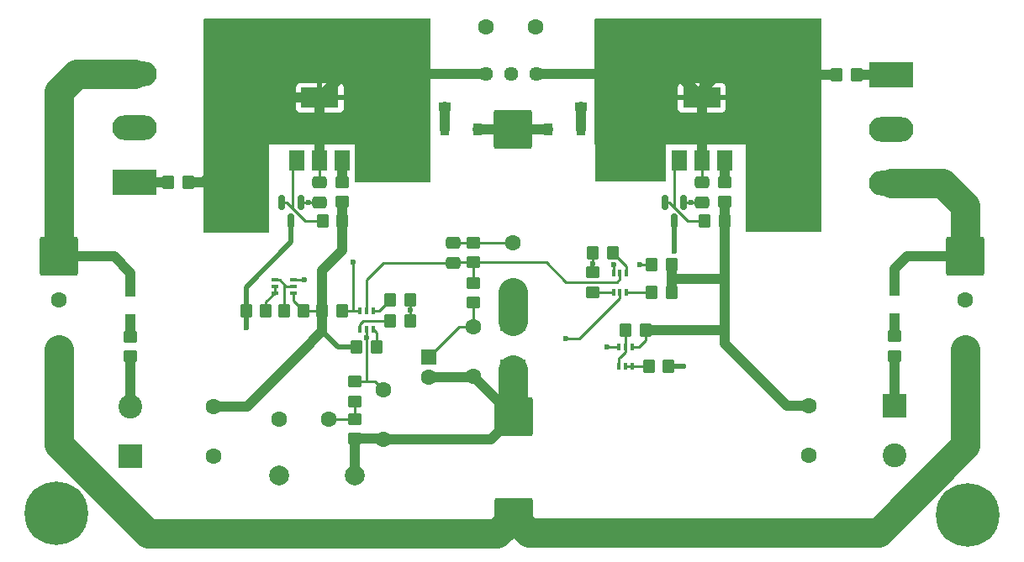
<source format=gbr>
G04 #@! TF.GenerationSoftware,KiCad,Pcbnew,(6.0.0-0)*
G04 #@! TF.CreationDate,2022-01-01T18:20:55+01:00*
G04 #@! TF.ProjectId,amp-mosfet-80w,616d702d-6d6f-4736-9665-742d3830772e,rev?*
G04 #@! TF.SameCoordinates,Original*
G04 #@! TF.FileFunction,Copper,L1,Top*
G04 #@! TF.FilePolarity,Positive*
%FSLAX46Y46*%
G04 Gerber Fmt 4.6, Leading zero omitted, Abs format (unit mm)*
G04 Created by KiCad (PCBNEW (6.0.0-0)) date 2022-01-01 18:20:55*
%MOMM*%
%LPD*%
G01*
G04 APERTURE LIST*
G04 Aperture macros list*
%AMRoundRect*
0 Rectangle with rounded corners*
0 $1 Rounding radius*
0 $2 $3 $4 $5 $6 $7 $8 $9 X,Y pos of 4 corners*
0 Add a 4 corners polygon primitive as box body*
4,1,4,$2,$3,$4,$5,$6,$7,$8,$9,$2,$3,0*
0 Add four circle primitives for the rounded corners*
1,1,$1+$1,$2,$3*
1,1,$1+$1,$4,$5*
1,1,$1+$1,$6,$7*
1,1,$1+$1,$8,$9*
0 Add four rect primitives between the rounded corners*
20,1,$1+$1,$2,$3,$4,$5,0*
20,1,$1+$1,$4,$5,$6,$7,0*
20,1,$1+$1,$6,$7,$8,$9,0*
20,1,$1+$1,$8,$9,$2,$3,0*%
G04 Aperture macros list end*
G04 #@! TA.AperFunction,SMDPad,CuDef*
%ADD10RoundRect,0.249999X0.450001X-0.350001X0.450001X0.350001X-0.450001X0.350001X-0.450001X-0.350001X0*%
G04 #@! TD*
G04 #@! TA.AperFunction,ComponentPad*
%ADD11C,1.600000*%
G04 #@! TD*
G04 #@! TA.AperFunction,ComponentPad*
%ADD12R,1.600000X1.600000*%
G04 #@! TD*
G04 #@! TA.AperFunction,SMDPad,CuDef*
%ADD13RoundRect,0.250000X-0.475000X0.337500X-0.475000X-0.337500X0.475000X-0.337500X0.475000X0.337500X0*%
G04 #@! TD*
G04 #@! TA.AperFunction,ComponentPad*
%ADD14R,2.400000X2.400000*%
G04 #@! TD*
G04 #@! TA.AperFunction,ComponentPad*
%ADD15C,2.400000*%
G04 #@! TD*
G04 #@! TA.AperFunction,SMDPad,CuDef*
%ADD16R,1.200000X0.900000*%
G04 #@! TD*
G04 #@! TA.AperFunction,SMDPad,CuDef*
%ADD17R,0.900000X1.200000*%
G04 #@! TD*
G04 #@! TA.AperFunction,SMDPad,CuDef*
%ADD18R,1.100000X1.100000*%
G04 #@! TD*
G04 #@! TA.AperFunction,ComponentPad*
%ADD19C,2.000000*%
G04 #@! TD*
G04 #@! TA.AperFunction,ComponentPad*
%ADD20RoundRect,0.250001X-1.699999X-1.699999X1.699999X-1.699999X1.699999X1.699999X-1.699999X1.699999X0*%
G04 #@! TD*
G04 #@! TA.AperFunction,ComponentPad*
%ADD21C,6.400000*%
G04 #@! TD*
G04 #@! TA.AperFunction,ComponentPad*
%ADD22C,0.800000*%
G04 #@! TD*
G04 #@! TA.AperFunction,SMDPad,CuDef*
%ADD23RoundRect,0.249999X-0.450001X0.350001X-0.450001X-0.350001X0.450001X-0.350001X0.450001X0.350001X0*%
G04 #@! TD*
G04 #@! TA.AperFunction,SMDPad,CuDef*
%ADD24RoundRect,0.249999X-0.350001X-0.450001X0.350001X-0.450001X0.350001X0.450001X-0.350001X0.450001X0*%
G04 #@! TD*
G04 #@! TA.AperFunction,SMDPad,CuDef*
%ADD25RoundRect,0.249999X0.350001X0.450001X-0.350001X0.450001X-0.350001X-0.450001X0.350001X-0.450001X0*%
G04 #@! TD*
G04 #@! TA.AperFunction,SMDPad,CuDef*
%ADD26RoundRect,0.250000X0.350000X0.450000X-0.350000X0.450000X-0.350000X-0.450000X0.350000X-0.450000X0*%
G04 #@! TD*
G04 #@! TA.AperFunction,SMDPad,CuDef*
%ADD27R,2.600000X2.100000*%
G04 #@! TD*
G04 #@! TA.AperFunction,SMDPad,CuDef*
%ADD28R,1.500000X2.000000*%
G04 #@! TD*
G04 #@! TA.AperFunction,SMDPad,CuDef*
%ADD29R,3.800000X2.000000*%
G04 #@! TD*
G04 #@! TA.AperFunction,SMDPad,CuDef*
%ADD30R,0.400000X0.650000*%
G04 #@! TD*
G04 #@! TA.AperFunction,ComponentPad*
%ADD31C,1.440000*%
G04 #@! TD*
G04 #@! TA.AperFunction,SMDPad,CuDef*
%ADD32RoundRect,0.250000X-0.450000X0.350000X-0.450000X-0.350000X0.450000X-0.350000X0.450000X0.350000X0*%
G04 #@! TD*
G04 #@! TA.AperFunction,SMDPad,CuDef*
%ADD33RoundRect,0.250000X-0.350000X-0.450000X0.350000X-0.450000X0.350000X0.450000X-0.350000X0.450000X0*%
G04 #@! TD*
G04 #@! TA.AperFunction,SMDPad,CuDef*
%ADD34RoundRect,0.150000X-0.150000X0.587500X-0.150000X-0.587500X0.150000X-0.587500X0.150000X0.587500X0*%
G04 #@! TD*
G04 #@! TA.AperFunction,SMDPad,CuDef*
%ADD35R,0.650000X0.400000*%
G04 #@! TD*
G04 #@! TA.AperFunction,ComponentPad*
%ADD36R,4.500000X2.500000*%
G04 #@! TD*
G04 #@! TA.AperFunction,ComponentPad*
%ADD37O,4.500000X2.500000*%
G04 #@! TD*
G04 #@! TA.AperFunction,ViaPad*
%ADD38C,0.600000*%
G04 #@! TD*
G04 #@! TA.AperFunction,Conductor*
%ADD39C,0.250000*%
G04 #@! TD*
G04 #@! TA.AperFunction,Conductor*
%ADD40C,0.500000*%
G04 #@! TD*
G04 #@! TA.AperFunction,Conductor*
%ADD41C,1.000000*%
G04 #@! TD*
G04 #@! TA.AperFunction,Conductor*
%ADD42C,3.000000*%
G04 #@! TD*
G04 APERTURE END LIST*
D10*
X180721000Y-64230000D03*
X180721000Y-62230000D03*
D11*
X140890000Y-86106000D03*
X135890000Y-86106000D03*
X146367500Y-83121500D03*
X146367500Y-88121500D03*
D12*
X150939500Y-79883000D03*
D11*
X150939500Y-81883000D03*
D13*
X153400000Y-68325000D03*
X153400000Y-70400000D03*
D11*
X155448000Y-76835000D03*
X155448000Y-81835000D03*
X189230000Y-84789000D03*
X189230000Y-89789000D03*
D14*
X197866000Y-84772500D03*
D15*
X197866000Y-89772500D03*
D11*
X159385000Y-68326000D03*
X159385000Y-73326000D03*
D16*
X166243000Y-54608000D03*
X166243000Y-51308000D03*
D17*
X166242000Y-56896000D03*
X162942000Y-56896000D03*
X152528000Y-56896000D03*
X155828000Y-56896000D03*
D16*
X152527000Y-54608000D03*
X152527000Y-51308000D03*
D18*
X197850000Y-75950000D03*
X197850000Y-73150000D03*
D19*
X135890000Y-91821000D03*
X143446500Y-91821000D03*
D20*
X204978000Y-69723000D03*
X159385000Y-56896000D03*
X159448500Y-85852000D03*
X159448500Y-96012000D03*
D21*
X113411000Y-95631000D03*
D22*
X113411000Y-93231000D03*
X113411000Y-98031000D03*
X111713944Y-93933944D03*
X111011000Y-95631000D03*
X115108056Y-93933944D03*
X111713944Y-97328056D03*
X115108056Y-97328056D03*
X115811000Y-95631000D03*
X203534944Y-94060944D03*
X206929056Y-97455056D03*
D21*
X205232000Y-95758000D03*
D22*
X202832000Y-95758000D03*
X205232000Y-98158000D03*
X203534944Y-97455056D03*
X206929056Y-94060944D03*
X205232000Y-93358000D03*
X207632000Y-95758000D03*
D23*
X143446500Y-86106000D03*
X143446500Y-88106000D03*
X143446500Y-82328000D03*
X143446500Y-84328000D03*
D24*
X173100000Y-80750000D03*
X175100000Y-80750000D03*
D25*
X172750000Y-77150000D03*
X170750000Y-77150000D03*
D26*
X149050000Y-76200000D03*
X147050000Y-76200000D03*
D23*
X155448000Y-72390000D03*
X155448000Y-74390000D03*
X155448000Y-68326000D03*
X155448000Y-70326000D03*
D24*
X124714000Y-62230000D03*
X126714000Y-62230000D03*
D10*
X197850000Y-79750000D03*
X197850000Y-77750000D03*
D27*
X159385000Y-76200000D03*
X159385000Y-81100000D03*
D25*
X194024000Y-51435000D03*
X192024000Y-51435000D03*
D11*
X204978000Y-74104500D03*
X204978000Y-79104500D03*
D23*
X120900000Y-77800000D03*
X120900000Y-79800000D03*
D11*
X129286000Y-89836000D03*
X129286000Y-84836000D03*
D14*
X120904000Y-89836000D03*
D15*
X120904000Y-84836000D03*
D25*
X145650000Y-78850000D03*
X143650000Y-78850000D03*
X142200000Y-75200000D03*
X140200000Y-75200000D03*
D28*
X176135000Y-60021000D03*
D29*
X178435000Y-53721000D03*
D28*
X178435000Y-60021000D03*
X180735000Y-60021000D03*
X137654000Y-60021000D03*
D29*
X139954000Y-53721000D03*
D28*
X139954000Y-60021000D03*
X142254000Y-60021000D03*
D30*
X144005500Y-77084000D03*
X144655500Y-77084000D03*
X145305500Y-77084000D03*
X145305500Y-75184000D03*
X144655500Y-75184000D03*
X144005500Y-75184000D03*
X170101500Y-80769500D03*
X170751500Y-80769500D03*
X171401500Y-80769500D03*
X171401500Y-78869500D03*
X170751500Y-78869500D03*
X170101500Y-78869500D03*
D20*
X113665000Y-69723000D03*
D11*
X113665000Y-79104500D03*
X113665000Y-74104500D03*
D18*
X120900000Y-73250000D03*
X120900000Y-76050000D03*
D11*
X156718000Y-46609000D03*
X161718000Y-46609000D03*
D31*
X161798000Y-51308000D03*
X159258000Y-51308000D03*
X156718000Y-51308000D03*
D26*
X138350000Y-75200000D03*
X136350000Y-75200000D03*
D32*
X167462200Y-71329800D03*
X167462200Y-73329800D03*
D30*
X170824200Y-71414600D03*
X170174200Y-71414600D03*
X169524200Y-71414600D03*
X169524200Y-73314600D03*
X170174200Y-73314600D03*
X170824200Y-73314600D03*
D26*
X149050000Y-74100000D03*
X147050000Y-74100000D03*
D33*
X167468800Y-69342000D03*
X169468800Y-69342000D03*
X140250000Y-66150000D03*
X142250000Y-66150000D03*
D34*
X176606200Y-64287400D03*
X174706200Y-64287400D03*
X175656200Y-66162400D03*
D32*
X142240000Y-62204600D03*
X142240000Y-64204600D03*
D13*
X139954000Y-62204600D03*
X139954000Y-64279600D03*
D35*
X135400000Y-72100000D03*
X135400000Y-72750000D03*
X135400000Y-73400000D03*
X137300000Y-73400000D03*
X137300000Y-72750000D03*
X137300000Y-72100000D03*
D34*
X138033800Y-64289700D03*
X136133800Y-64289700D03*
X137083800Y-66164700D03*
D33*
X173405800Y-73329800D03*
X175405800Y-73329800D03*
X173405800Y-70561200D03*
X175405800Y-70561200D03*
D26*
X134550000Y-75200000D03*
X132550000Y-75200000D03*
D13*
X178435000Y-62212400D03*
X178435000Y-64287400D03*
D26*
X180725000Y-66150000D03*
X178725000Y-66150000D03*
D36*
X121285000Y-62230000D03*
D37*
X121285000Y-56780000D03*
X121285000Y-51330000D03*
D36*
X197485000Y-51435000D03*
D37*
X197485000Y-56885000D03*
X197485000Y-62335000D03*
D38*
X175650000Y-69150000D03*
X132550000Y-76900000D03*
X176550000Y-80750000D03*
X144655500Y-77944500D03*
X164700000Y-77950000D03*
X177312600Y-64287400D03*
X169519600Y-70561200D03*
X172212000Y-70561200D03*
X143300000Y-70300000D03*
X138820400Y-64279600D03*
X168846500Y-78867000D03*
X149050000Y-75150000D03*
X138400000Y-72100000D03*
X167450000Y-70450000D03*
D39*
X140890000Y-86106000D02*
X143446500Y-86106000D01*
X143446500Y-86106000D02*
X143446500Y-84328000D01*
D40*
X137083800Y-68266200D02*
X137083800Y-66164700D01*
D41*
X159448500Y-85852000D02*
X159448500Y-85835500D01*
X150939500Y-81883000D02*
X155400000Y-81883000D01*
X146352000Y-88106000D02*
X146367500Y-88121500D01*
D42*
X196201998Y-97536000D02*
X160972500Y-97536000D01*
D40*
X176550000Y-80750000D02*
X175100000Y-80750000D01*
D41*
X143446500Y-88106000D02*
X146352000Y-88106000D01*
X159448500Y-85835500D02*
X155448000Y-81835000D01*
D42*
X122695002Y-97663000D02*
X157797500Y-97663000D01*
X113665000Y-79104500D02*
X113665000Y-88632998D01*
D40*
X132550000Y-76900000D02*
X132550000Y-75200000D01*
D41*
X157179000Y-88121500D02*
X159448500Y-85852000D01*
D42*
X160972500Y-97536000D02*
X159448500Y-96012000D01*
D40*
X132550000Y-72800000D02*
X137083800Y-68266200D01*
X175650000Y-66168600D02*
X175656200Y-66162400D01*
X132550000Y-75200000D02*
X132550000Y-72800000D01*
D42*
X159385000Y-81100000D02*
X159385000Y-85788500D01*
X204978000Y-88759998D02*
X196201998Y-97536000D01*
D41*
X155400000Y-81883000D02*
X155448000Y-81835000D01*
D40*
X175650000Y-69150000D02*
X175650000Y-66168600D01*
D42*
X113665000Y-88632998D02*
X122695002Y-97663000D01*
D41*
X143446500Y-91821000D02*
X143446500Y-88106000D01*
D42*
X204978000Y-79104500D02*
X204978000Y-88759998D01*
X157797500Y-97663000D02*
X159448500Y-96012000D01*
D41*
X146367500Y-88121500D02*
X157179000Y-88121500D01*
D42*
X159385000Y-85788500D02*
X159448500Y-85852000D01*
D39*
X170174200Y-73314600D02*
X170174200Y-73889600D01*
X146367500Y-83121500D02*
X145546000Y-82300000D01*
X143474500Y-82300000D02*
X143446500Y-82328000D01*
X144655500Y-82294500D02*
X144650000Y-82300000D01*
X144650000Y-82300000D02*
X143474500Y-82300000D01*
X144655500Y-77084000D02*
X144655500Y-77944500D01*
X166113800Y-77950000D02*
X164700000Y-77950000D01*
X144655500Y-77944500D02*
X144655500Y-82294500D01*
X145546000Y-82300000D02*
X144650000Y-82300000D01*
X170174200Y-73889600D02*
X166113800Y-77950000D01*
X136362011Y-72537989D02*
X135924022Y-72100000D01*
X136350000Y-72550000D02*
X136362011Y-72537989D01*
X135924022Y-72100000D02*
X135400000Y-72100000D01*
X136350000Y-75200000D02*
X136350000Y-72550000D01*
X137300000Y-72750000D02*
X136574022Y-72750000D01*
X136574022Y-72750000D02*
X136362011Y-72537989D01*
X155448000Y-76835000D02*
X153987500Y-76835000D01*
X153987500Y-76835000D02*
X150939500Y-79883000D01*
X155448000Y-76835000D02*
X155448000Y-74390000D01*
X172212000Y-70561200D02*
X173405800Y-70561200D01*
X169524200Y-70565800D02*
X169519600Y-70561200D01*
X169524200Y-71414600D02*
X169524200Y-70565800D01*
X177312600Y-64287400D02*
X176606200Y-64287400D01*
X178435000Y-64287400D02*
X177312600Y-64287400D01*
X155448000Y-68326000D02*
X153401000Y-68326000D01*
D41*
X162942000Y-56896000D02*
X159385000Y-56896000D01*
D39*
X159385000Y-68326000D02*
X155448000Y-68326000D01*
D41*
X155828000Y-56896000D02*
X159385000Y-56896000D01*
D39*
X153401000Y-68326000D02*
X153400000Y-68325000D01*
D41*
X178435000Y-60021000D02*
X178435000Y-53721000D01*
X178435000Y-52959000D02*
X178435000Y-53721000D01*
X179959000Y-51435000D02*
X178435000Y-52959000D01*
X166243000Y-51308000D02*
X176022000Y-51308000D01*
X192024000Y-51435000D02*
X179959000Y-51435000D01*
D39*
X178435000Y-62212400D02*
X178435000Y-60021000D01*
D41*
X166243000Y-51308000D02*
X161798000Y-51308000D01*
X176022000Y-51308000D02*
X178435000Y-53721000D01*
X128270000Y-62230000D02*
X126714000Y-62230000D01*
X139954000Y-60021000D02*
X139954000Y-53721000D01*
X156718000Y-51308000D02*
X152527000Y-51308000D01*
X136779000Y-53721000D02*
X128270000Y-62230000D01*
D39*
X139954000Y-62204600D02*
X139954000Y-60021000D01*
D41*
X152527000Y-51308000D02*
X142367000Y-51308000D01*
X142367000Y-51308000D02*
X139954000Y-53721000D01*
X139954000Y-53721000D02*
X136779000Y-53721000D01*
X180500000Y-77150000D02*
X180725000Y-76925000D01*
X187039000Y-84789000D02*
X189230000Y-84789000D01*
X175405800Y-71944200D02*
X175405800Y-70561200D01*
X180725000Y-72275000D02*
X180725000Y-76925000D01*
D39*
X172080500Y-78869500D02*
X171401500Y-78869500D01*
D41*
X180725000Y-64234000D02*
X180721000Y-64230000D01*
D39*
X172750000Y-78200000D02*
X172080500Y-78869500D01*
D41*
X180725000Y-66150000D02*
X180725000Y-64234000D01*
X180725000Y-70425000D02*
X180725000Y-72275000D01*
X197866000Y-84772500D02*
X197866000Y-79766000D01*
X180394200Y-71944200D02*
X180725000Y-72275000D01*
X180725000Y-76925000D02*
X180725000Y-78475000D01*
D39*
X172750000Y-77150000D02*
X172750000Y-78200000D01*
D41*
X180725000Y-78475000D02*
X187039000Y-84789000D01*
X175405800Y-71944200D02*
X180394200Y-71944200D01*
X172750000Y-77150000D02*
X180500000Y-77150000D01*
X175405800Y-73329800D02*
X175405800Y-71944200D01*
X180725000Y-66150000D02*
X180725000Y-70425000D01*
D39*
X137300000Y-74150000D02*
X138350000Y-75200000D01*
X137300000Y-73400000D02*
X137300000Y-74150000D01*
X140200000Y-75200000D02*
X138350000Y-75200000D01*
D41*
X132614000Y-84836000D02*
X138025000Y-79425000D01*
X142250000Y-69100000D02*
X142250000Y-66150000D01*
X142250000Y-64214600D02*
X142240000Y-64204600D01*
X120904000Y-84836000D02*
X120904000Y-79804000D01*
X120904000Y-79854000D02*
X120850000Y-79800000D01*
D40*
X141800000Y-78850000D02*
X140200000Y-77250000D01*
D41*
X120904000Y-79804000D02*
X120900000Y-79800000D01*
X140200000Y-75200000D02*
X140200000Y-71150000D01*
X142250000Y-66150000D02*
X142250000Y-64214600D01*
X140200000Y-77250000D02*
X140200000Y-75200000D01*
D40*
X143650000Y-78850000D02*
X141800000Y-78850000D01*
D41*
X138025000Y-79425000D02*
X140200000Y-77250000D01*
X129286000Y-84836000D02*
X132614000Y-84836000D01*
X140200000Y-71150000D02*
X142250000Y-69100000D01*
D42*
X159385000Y-73326000D02*
X159385000Y-76200000D01*
D41*
X166243000Y-56895000D02*
X166242000Y-56896000D01*
X166243000Y-54608000D02*
X166243000Y-56895000D01*
X152528000Y-56896000D02*
X152528000Y-54609000D01*
X152528000Y-54609000D02*
X152527000Y-54608000D01*
X197850000Y-77750000D02*
X197850000Y-75950000D01*
X120900000Y-77800000D02*
X120900000Y-76050000D01*
X119273000Y-69723000D02*
X120900000Y-71350000D01*
D42*
X113665000Y-69723000D02*
X113665000Y-53086000D01*
X113665000Y-53086000D02*
X115443000Y-51308000D01*
D41*
X113665000Y-69723000D02*
X119273000Y-69723000D01*
X120900000Y-71350000D02*
X120900000Y-73250000D01*
D42*
X115465000Y-51330000D02*
X121285000Y-51330000D01*
X115443000Y-51308000D02*
X115465000Y-51330000D01*
D41*
X121285000Y-62230000D02*
X124714000Y-62230000D01*
D42*
X204978000Y-64643000D02*
X202670000Y-62335000D01*
D41*
X197850000Y-71000000D02*
X197850000Y-73150000D01*
D42*
X204978000Y-69723000D02*
X204978000Y-64643000D01*
X202670000Y-62335000D02*
X197485000Y-62335000D01*
D41*
X204978000Y-69723000D02*
X199127000Y-69723000D01*
X199127000Y-69723000D02*
X197850000Y-71000000D01*
D39*
X144365478Y-76200000D02*
X144005500Y-76559978D01*
X147050000Y-76200000D02*
X144365478Y-76200000D01*
X144005500Y-76559978D02*
X144005500Y-77084000D01*
X162782000Y-70326000D02*
X155448000Y-70326000D01*
X153474000Y-70326000D02*
X153400000Y-70400000D01*
X155448000Y-72390000D02*
X155448000Y-70326000D01*
X170174200Y-71989600D02*
X169875400Y-72288400D01*
X169875400Y-72288400D02*
X164744400Y-72288400D01*
X155448000Y-70326000D02*
X153474000Y-70326000D01*
X170174200Y-71414600D02*
X170174200Y-71989600D01*
X164744400Y-72288400D02*
X162782000Y-70326000D01*
X144655500Y-75184000D02*
X144655500Y-72094500D01*
X144655500Y-72094500D02*
X146350000Y-70400000D01*
X153400000Y-70400000D02*
X146350000Y-70400000D01*
D41*
X180721000Y-60035000D02*
X180735000Y-60021000D01*
X180721000Y-62230000D02*
X180721000Y-60035000D01*
D39*
X173100000Y-80750000D02*
X171421000Y-80750000D01*
X171421000Y-80750000D02*
X171401500Y-80769500D01*
X170751500Y-80769500D02*
X171401500Y-80769500D01*
X170751500Y-77151500D02*
X170750000Y-77150000D01*
X170751500Y-79329502D02*
X170751500Y-78869500D01*
X170751500Y-78869500D02*
X170751500Y-77151500D01*
X170101500Y-80769500D02*
X170101500Y-79979502D01*
X170101500Y-79979502D02*
X170252501Y-79828501D01*
X170252501Y-79828501D02*
X170751500Y-79329502D01*
X144005500Y-75184000D02*
X143316000Y-75184000D01*
X143316000Y-75184000D02*
X143316000Y-70316000D01*
X139954000Y-64279600D02*
X138820400Y-64279600D01*
X143316000Y-75184000D02*
X142216000Y-75184000D01*
X143316000Y-70316000D02*
X143300000Y-70300000D01*
X138043900Y-64279600D02*
X138033800Y-64289700D01*
X142216000Y-75184000D02*
X142200000Y-75200000D01*
X138820400Y-64279600D02*
X138043900Y-64279600D01*
X145650000Y-77428500D02*
X145305500Y-77084000D01*
X145650000Y-78850000D02*
X145650000Y-77428500D01*
X145305500Y-75184000D02*
X145966000Y-75184000D01*
X145966000Y-75184000D02*
X147050000Y-74100000D01*
X170101500Y-78869500D02*
X168849000Y-78869500D01*
X149050000Y-75150000D02*
X149050000Y-74150000D01*
X149050000Y-76200000D02*
X149050000Y-75150000D01*
X168849000Y-78869500D02*
X168846500Y-78867000D01*
X170824200Y-70697400D02*
X169468800Y-69342000D01*
X170824200Y-71414600D02*
X170824200Y-70697400D01*
X169524200Y-73314600D02*
X167477400Y-73314600D01*
X167477400Y-73314600D02*
X167462200Y-73329800D01*
X173405800Y-73329800D02*
X173390600Y-73314600D01*
X173390600Y-73314600D02*
X170824200Y-73314600D01*
X134550000Y-75200000D02*
X134550000Y-74250000D01*
X134550000Y-74250000D02*
X135400000Y-73400000D01*
X135400000Y-73400000D02*
X135400000Y-72750000D01*
X167450000Y-70450000D02*
X167450000Y-69360800D01*
X167450000Y-69360800D02*
X167468800Y-69342000D01*
X167450000Y-70450000D02*
X167450000Y-71317600D01*
X137300000Y-72100000D02*
X138400000Y-72100000D01*
X167450000Y-71317600D02*
X167462200Y-71329800D01*
X175651186Y-60504814D02*
X176135000Y-60021000D01*
X177052372Y-66150000D02*
X175651186Y-64748814D01*
X175189772Y-64287400D02*
X174706200Y-64287400D01*
X175651186Y-64748814D02*
X175189772Y-64287400D01*
X175651186Y-64748814D02*
X175651186Y-60504814D01*
X178725000Y-66150000D02*
X177052372Y-66150000D01*
X137654000Y-60021000D02*
X137217764Y-60457236D01*
X140250000Y-66150000D02*
X138485528Y-66150000D01*
X138485528Y-66150000D02*
X137217764Y-64882236D01*
X137217764Y-64882236D02*
X136625228Y-64289700D01*
X137217764Y-60457236D02*
X137217764Y-64882236D01*
X136625228Y-64289700D02*
X136133800Y-64289700D01*
D41*
X142240000Y-60035000D02*
X142254000Y-60021000D01*
X142240000Y-62204600D02*
X142240000Y-60035000D01*
X197485000Y-51435000D02*
X194024000Y-51435000D01*
G04 #@! TA.AperFunction,Conductor*
G36*
X190442121Y-45740002D02*
G01*
X190488614Y-45793658D01*
X190500000Y-45846000D01*
X190500000Y-67154000D01*
X190479998Y-67222121D01*
X190426342Y-67268614D01*
X190374000Y-67280000D01*
X183006000Y-67280000D01*
X182937879Y-67259998D01*
X182891386Y-67206342D01*
X182880000Y-67154000D01*
X182880000Y-58420000D01*
X167766000Y-58420000D01*
X167697879Y-58399998D01*
X167651386Y-58346342D01*
X167640000Y-58294000D01*
X167640000Y-54765669D01*
X176027001Y-54765669D01*
X176027371Y-54772490D01*
X176032895Y-54823352D01*
X176036521Y-54838604D01*
X176081676Y-54959054D01*
X176090214Y-54974649D01*
X176166715Y-55076724D01*
X176179276Y-55089285D01*
X176281351Y-55165786D01*
X176296946Y-55174324D01*
X176417394Y-55219478D01*
X176432649Y-55223105D01*
X176483514Y-55228631D01*
X176490328Y-55229000D01*
X178162885Y-55229000D01*
X178178124Y-55224525D01*
X178179329Y-55223135D01*
X178181000Y-55215452D01*
X178181000Y-55210884D01*
X178689000Y-55210884D01*
X178693475Y-55226123D01*
X178694865Y-55227328D01*
X178702548Y-55228999D01*
X180379669Y-55228999D01*
X180386490Y-55228629D01*
X180437352Y-55223105D01*
X180452604Y-55219479D01*
X180573054Y-55174324D01*
X180588649Y-55165786D01*
X180690724Y-55089285D01*
X180703285Y-55076724D01*
X180779786Y-54974649D01*
X180788324Y-54959054D01*
X180833478Y-54838606D01*
X180837105Y-54823351D01*
X180842631Y-54772486D01*
X180843000Y-54765672D01*
X180843000Y-53993115D01*
X180838525Y-53977876D01*
X180837135Y-53976671D01*
X180829452Y-53975000D01*
X178707115Y-53975000D01*
X178691876Y-53979475D01*
X178690671Y-53980865D01*
X178689000Y-53988548D01*
X178689000Y-55210884D01*
X178181000Y-55210884D01*
X178181000Y-53993115D01*
X178176525Y-53977876D01*
X178175135Y-53976671D01*
X178167452Y-53975000D01*
X176045116Y-53975000D01*
X176029877Y-53979475D01*
X176028672Y-53980865D01*
X176027001Y-53988548D01*
X176027001Y-54765669D01*
X167640000Y-54765669D01*
X167640000Y-53448885D01*
X176027000Y-53448885D01*
X176031475Y-53464124D01*
X176032865Y-53465329D01*
X176040548Y-53467000D01*
X178162885Y-53467000D01*
X178178124Y-53462525D01*
X178179329Y-53461135D01*
X178181000Y-53453452D01*
X178181000Y-53448885D01*
X178689000Y-53448885D01*
X178693475Y-53464124D01*
X178694865Y-53465329D01*
X178702548Y-53467000D01*
X180824884Y-53467000D01*
X180840123Y-53462525D01*
X180841328Y-53461135D01*
X180842999Y-53453452D01*
X180842999Y-52676331D01*
X180842629Y-52669510D01*
X180837105Y-52618648D01*
X180833479Y-52603396D01*
X180788324Y-52482946D01*
X180779786Y-52467351D01*
X180703285Y-52365276D01*
X180690724Y-52352715D01*
X180588649Y-52276214D01*
X180573054Y-52267676D01*
X180452606Y-52222522D01*
X180437351Y-52218895D01*
X180386486Y-52213369D01*
X180379672Y-52213000D01*
X178707115Y-52213000D01*
X178691876Y-52217475D01*
X178690671Y-52218865D01*
X178689000Y-52226548D01*
X178689000Y-53448885D01*
X178181000Y-53448885D01*
X178181000Y-52231116D01*
X178176525Y-52215877D01*
X178175135Y-52214672D01*
X178167452Y-52213001D01*
X176490331Y-52213001D01*
X176483510Y-52213371D01*
X176432648Y-52218895D01*
X176417396Y-52222521D01*
X176296946Y-52267676D01*
X176281351Y-52276214D01*
X176179276Y-52352715D01*
X176166715Y-52365276D01*
X176090214Y-52467351D01*
X176081676Y-52482946D01*
X176036522Y-52603394D01*
X176032895Y-52618649D01*
X176027369Y-52669514D01*
X176027000Y-52676328D01*
X176027000Y-53448885D01*
X167640000Y-53448885D01*
X167640000Y-45846000D01*
X167660002Y-45777879D01*
X167713658Y-45731386D01*
X167766000Y-45720000D01*
X190374000Y-45720000D01*
X190442121Y-45740002D01*
G37*
G04 #@! TD.AperFunction*
G04 #@! TA.AperFunction,Conductor*
G36*
X174800000Y-62074000D02*
G01*
X174779998Y-62142121D01*
X174726342Y-62188614D01*
X174674000Y-62200000D01*
X167826000Y-62200000D01*
X167757879Y-62179998D01*
X167711386Y-62126342D01*
X167700000Y-62074000D01*
X167700000Y-58400000D01*
X174800000Y-58400000D01*
X174800000Y-62074000D01*
G37*
G04 #@! TD.AperFunction*
G04 #@! TA.AperFunction,Conductor*
G36*
X151072121Y-45740002D02*
G01*
X151118614Y-45793658D01*
X151130000Y-45846000D01*
X151130000Y-62104000D01*
X151109998Y-62172121D01*
X151056342Y-62218614D01*
X151004000Y-62230000D01*
X143636000Y-62230000D01*
X143567879Y-62209998D01*
X143521386Y-62156342D01*
X143510000Y-62104000D01*
X143510000Y-61098971D01*
X143510737Y-61085363D01*
X143512131Y-61072531D01*
X143512500Y-61069134D01*
X143512500Y-58972866D01*
X143510737Y-58956637D01*
X143510000Y-58943029D01*
X143510000Y-58420000D01*
X134890000Y-58420000D01*
X134890000Y-67184000D01*
X134869998Y-67252121D01*
X134816342Y-67298614D01*
X134764000Y-67310000D01*
X128396000Y-67310000D01*
X128327879Y-67289998D01*
X128281386Y-67236342D01*
X128270000Y-67184000D01*
X128270000Y-54765669D01*
X137546001Y-54765669D01*
X137546371Y-54772490D01*
X137551895Y-54823352D01*
X137555521Y-54838604D01*
X137600676Y-54959054D01*
X137609214Y-54974649D01*
X137685715Y-55076724D01*
X137698276Y-55089285D01*
X137800351Y-55165786D01*
X137815946Y-55174324D01*
X137936394Y-55219478D01*
X137951649Y-55223105D01*
X138002514Y-55228631D01*
X138009328Y-55229000D01*
X139681885Y-55229000D01*
X139697124Y-55224525D01*
X139698329Y-55223135D01*
X139700000Y-55215452D01*
X139700000Y-55210884D01*
X140208000Y-55210884D01*
X140212475Y-55226123D01*
X140213865Y-55227328D01*
X140221548Y-55228999D01*
X141898669Y-55228999D01*
X141905490Y-55228629D01*
X141956352Y-55223105D01*
X141971604Y-55219479D01*
X142092054Y-55174324D01*
X142107649Y-55165786D01*
X142209724Y-55089285D01*
X142222285Y-55076724D01*
X142298786Y-54974649D01*
X142307324Y-54959054D01*
X142352478Y-54838606D01*
X142356105Y-54823351D01*
X142361631Y-54772486D01*
X142362000Y-54765672D01*
X142362000Y-53993115D01*
X142357525Y-53977876D01*
X142356135Y-53976671D01*
X142348452Y-53975000D01*
X140226115Y-53975000D01*
X140210876Y-53979475D01*
X140209671Y-53980865D01*
X140208000Y-53988548D01*
X140208000Y-55210884D01*
X139700000Y-55210884D01*
X139700000Y-53993115D01*
X139695525Y-53977876D01*
X139694135Y-53976671D01*
X139686452Y-53975000D01*
X137564116Y-53975000D01*
X137548877Y-53979475D01*
X137547672Y-53980865D01*
X137546001Y-53988548D01*
X137546001Y-54765669D01*
X128270000Y-54765669D01*
X128270000Y-53448885D01*
X137546000Y-53448885D01*
X137550475Y-53464124D01*
X137551865Y-53465329D01*
X137559548Y-53467000D01*
X139681885Y-53467000D01*
X139697124Y-53462525D01*
X139698329Y-53461135D01*
X139700000Y-53453452D01*
X139700000Y-53448885D01*
X140208000Y-53448885D01*
X140212475Y-53464124D01*
X140213865Y-53465329D01*
X140221548Y-53467000D01*
X142343884Y-53467000D01*
X142359123Y-53462525D01*
X142360328Y-53461135D01*
X142361999Y-53453452D01*
X142361999Y-52676331D01*
X142361629Y-52669510D01*
X142356105Y-52618648D01*
X142352479Y-52603396D01*
X142307324Y-52482946D01*
X142298786Y-52467351D01*
X142222285Y-52365276D01*
X142209724Y-52352715D01*
X142107649Y-52276214D01*
X142092054Y-52267676D01*
X141971606Y-52222522D01*
X141956351Y-52218895D01*
X141905486Y-52213369D01*
X141898672Y-52213000D01*
X140226115Y-52213000D01*
X140210876Y-52217475D01*
X140209671Y-52218865D01*
X140208000Y-52226548D01*
X140208000Y-53448885D01*
X139700000Y-53448885D01*
X139700000Y-52231116D01*
X139695525Y-52215877D01*
X139694135Y-52214672D01*
X139686452Y-52213001D01*
X138009331Y-52213001D01*
X138002510Y-52213371D01*
X137951648Y-52218895D01*
X137936396Y-52222521D01*
X137815946Y-52267676D01*
X137800351Y-52276214D01*
X137698276Y-52352715D01*
X137685715Y-52365276D01*
X137609214Y-52467351D01*
X137600676Y-52482946D01*
X137555522Y-52603394D01*
X137551895Y-52618649D01*
X137546369Y-52669514D01*
X137546000Y-52676328D01*
X137546000Y-53448885D01*
X128270000Y-53448885D01*
X128270000Y-45846000D01*
X128290002Y-45777879D01*
X128343658Y-45731386D01*
X128396000Y-45720000D01*
X151004000Y-45720000D01*
X151072121Y-45740002D01*
G37*
G04 #@! TD.AperFunction*
M02*

</source>
